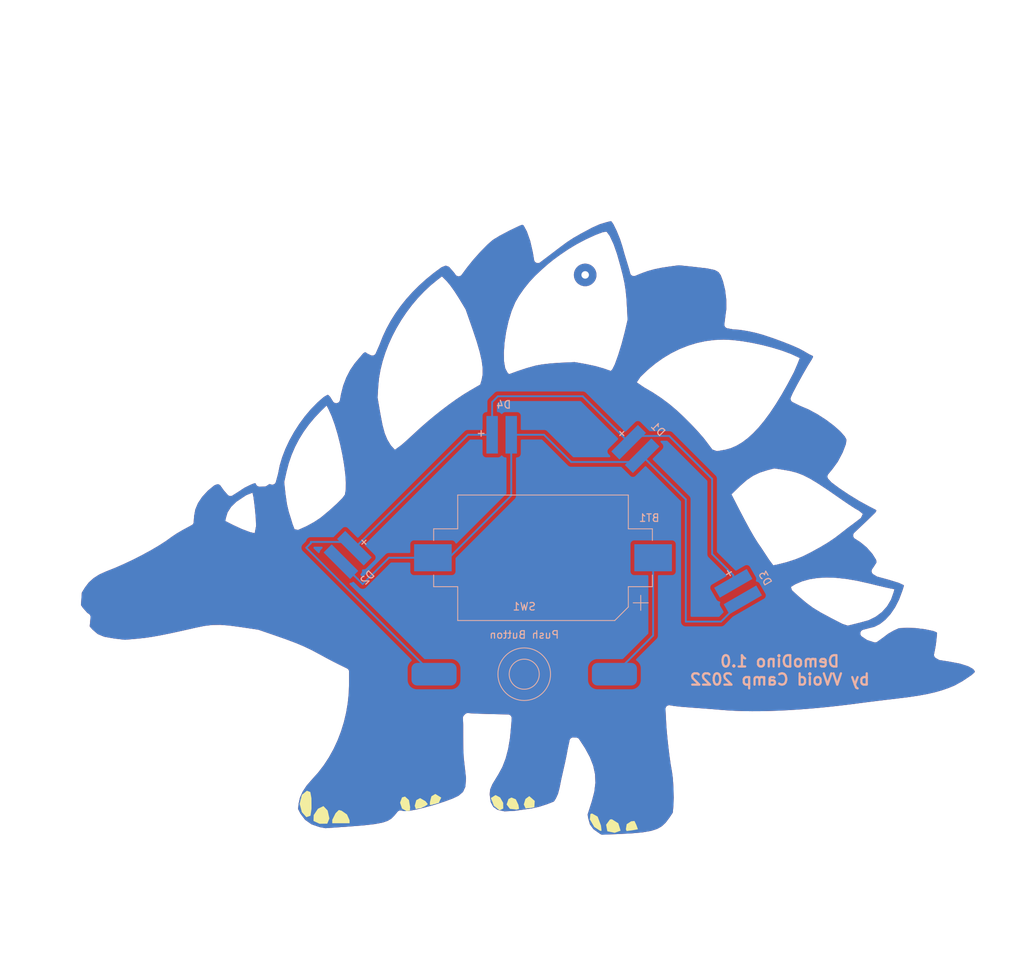
<source format=kicad_pcb>
(kicad_pcb (version 20211014) (generator pcbnew)
  (layers (0 "F.Cu" signal) (31 "B.Cu" signal) (34 "B.Paste" user) (35 "F.Paste" user) (36 "B.SilkS" user "B.Silkscreen") (37 "F.SilkS" user "F.Silkscreen") (38 "B.Mask" user) (39 "F.Mask" user) (44 "Edge.Cuts" user))
  (net 0 "")
  (net 1 "Net-(D1-Pad1)")
  (net 2 "Net-(SW1-Pad1)")
  (net 3 "Net-(D1-Pad2)")
  (footprint "blinkyparts:dino" (layer "F.Cu") (at 14 -4)
    (fp_text reference "svg2mod" hide)
    (fp_text value "G***" hide)
    (fp_poly (pts (xy 78.518983 108.03858) (xy 78.302845 108.11848) (xy 78.234902 108.839654) (xy 78.811198 109.834726) (xy 79.592624 110.34564) (xy 79.794667 110.35064) (xy 79.710097 109.63644) (xy 79.264734 108.456145) (xy 78.51899 108.0389) (xy 78.518983 108.03858)) (layer "F.SilkS") (width 0) (fill solid))
    (fp_poly (pts (xy 40.577396 105.01267) (xy 39.922054 105.565909) (xy 39.625919 106.74647) (xy 39.908627 107.863737) (xy 40.510844 108.530896) (xy 41.063706 108.33931) (xy 41.20014 107.393242) (xy 41.189857 106.010425) (xy 41.040216 105.18417) (xy 40.577398 105.01267) (xy 40.577396 105.01267)) (layer "F.SilkS") (width 0) (fill solid))
    (fp_poly (pts (xy 65.682275 105.58825) (xy 65.064904 105.981655) (xy 65.463788 107.00959) (xy 66.195528 107.600693) (xy 66.71128 107.39018) (xy 66.700285 106.625929) (xy 66.289617 105.906875) (xy 65.682275 105.58825)) (layer "F.SilkS") (width 0) (fill solid))
    (fp_poly (pts (xy 70.174183 105.73156) (xy 69.661164 106.107041) (xy 69.440486 106.846406) (xy 69.685524 107.36904) (xy 70.841391 107.22103) (xy 70.902475 106.373665) (xy 70.174183 105.73156)) (layer "F.SilkS") (width 0) (fill solid))
    (fp_poly (pts (xy 81.164322 108.80916) (xy 80.910595 108.83506) (xy 80.393609 109.538165) (xy 80.555847 110.41146) (xy 81.534465 110.615815) (xy 82.322539 110.32916) (xy 82.017998 109.344804) (xy 81.164322 108.80915) (xy 81.164322 108.80916)) (layer "F.SilkS") (width 0) (fill solid))
    (fp_poly (pts (xy 53.639639 105.78556) (xy 53.237905 105.90068) (xy 52.975341 106.604392) (xy 53.23666 107.390238) (xy 53.84403 107.72375) (xy 54.276306 107.68145) (xy 54.323286 107.19514) (xy 54.15687 106.254564) (xy 53.639634 105.78555) (xy 53.639639 105.78556)) (layer "F.SilkS") (width 0) (fill solid))
    (fp_poly (pts (xy 57.671079 105.44259) (xy 57.148875 105.751173) (xy 56.947488 106.55147) (xy 56.947488 106.92266) (xy 57.344523 106.84276) (xy 58.138594 106.61254) (xy 58.461331 105.929035) (xy 57.671079 105.44257) (xy 57.671079 105.44259)) (layer "F.SilkS") (width 0) (fill solid))
    (fp_poly (pts (xy 42.783411 107.05891) (xy 42.054403 107.408776) (xy 41.49058 108.252027) (xy 41.460742 109.03704) (xy 42.268958 109.412144) (xy 43.295565 109.39649) (xy 43.578149 108.705429) (xy 43.346563 107.648531) (xy 42.783411 107.05891)) (layer "F.SilkS") (width 0) (fill solid))
    (fp_poly (pts (xy 67.799016 105.91712) (xy 67.406679 106.11682) (xy 67.152375 106.845114) (xy 67.594736 107.423876) (xy 68.473272 107.51231) (xy 68.813924 107.42311) (xy 68.731694 106.90156) (xy 68.380229 106.153086) (xy 67.799012 105.9172) (xy 67.799016 105.91712)) (layer "F.SilkS") (width 0) (fill solid))
    (fp_poly (pts (xy 84.169107 109.03704) (xy 83.729784 109.08164) (xy 83.131567 109.465305) (xy 83.022637 110.13649) (xy 83.116617 110.38316) (xy 83.849606 110.28456) (xy 84.629583 110.14361) (xy 84.420493 109.56802) (xy 84.169107 109.03704)) (layer "F.SilkS") (width 0) (fill solid))
    (fp_poly (pts (xy 55.643613 105.99232) (xy 55.138443 106.268463) (xy 54.927068 107.02132) (xy 55.084053 107.43973) (xy 55.808065 107.30089) (xy 56.482321 106.96495) (xy 56.667918 106.79344) (xy 56.364855 106.40816) (xy 55.643613 105.99232)) (layer "F.SilkS") (width 0) (fill solid))
    (fp_poly (pts (xy 44.829673 107.57811) (xy 44.392699 108.01509) (xy 43.955725 108.89609) (xy 43.955725 109.34011) (xy 45.111592 109.34011) (xy 46.26511 109.34011) (xy 46.26271 108.94307) (xy 45.917205 108.173923) (xy 45.198465 107.67209) (xy 44.829673 107.57811)) (layer "F.SilkS") (width 0) (fill solid))
    (fp_poly (pts (xy 81.197154 28.617824) (xy 80.250468 28.855272) (xy 79.339927 29.133683) (xy 78.321169 29.591273) (xy 76.794417 30.407387) (xy 75.746247 31.008545) (xy 74.876867 31.577522) (xy 73.89842 32.302622) (xy 73.120352 32.896244) (xy 72.249958 33.556373) (xy 71.313839 34.263744) (xy 71.137307 33.219469) (xy 70.78669 31.684774) (xy 70.320972 30.362611) (xy 69.818673 29.435481) (xy 69.358311 29.085882) (xy 68.638975 29.347332) (xy 67.346546 29.965261) (xy 65.976099 30.690036) (xy 65.022707 31.272022) (xy 64.260886 31.935524) (xy 63.302721 32.9099) (xy 62.318625 34.0128) (xy 61.47901 35.061869) (xy 60.77226 36.017256) (xy 60.597592 35.763024) (xy 59.794913 34.838908) (xy 59.048045 34.559066) (xy 58.243624 34.880985) (xy 57.153569 35.682191) (xy 56.124108 36.519609) (xy 55.156426 37.39176) (xy 54.251709 38.297165) (xy 53.411142 39.234344) (xy 52.635911 40.201819) (xy 51.9272 41.198108) (xy 51.286195 42.221734) (xy 50.714082 43.271217) (xy 50.212045 44.345077) (xy 49.781269 45.441835) (xy 49.284506 46.572609) (xy 48.858205 46.359305) (xy 48.38159 45.991689) (xy 47.742436 46.392052) (xy 46.547126 47.806992) (xy 45.910502 48.733496) (xy 45.361603 49.794776) (xy 44.927926 50.929282) (xy 44.636973 52.075465) (xy 44.481575 52.910885) (xy 44.074432 52.25697) (xy 43.465654 51.644733) (xy 42.562099 52.156267) (xy 41.64431 52.952212) (xy 40.762555 53.852142) (xy 39.927227 54.838668) (xy 39.14872 55.894403) (xy 38.437427 57.001956) (xy 37.803741 58.143941) (xy 37.258057 59.302967) (xy 36.810766 60.461647) (xy 36.472263 61.602592) (xy 36.25294 62.708413) (xy 35.965765 63.760768) (xy 35.545039 63.605976) (xy 34.940137 64.011892) (xy 34.285601 64.026194) (xy 34.079854 63.592322) (xy 33.874107 63.422006) (xy 32.888883 63.812988) (xy 31.996498 64.252272) (xy 31.234205 64.759673) (xy 30.423195 65.273545) (xy 29.930106 64.714914) (xy 29.356302 63.913246) (xy 28.75775 63.641883) (xy 28.030078 63.899732) (xy 27.068918 64.685697) (xy 26.251401 65.569963) (xy 25.645233 66.479707) (xy 25.252391 67.411159) (xy 25.07485 68.360549) (xy 25.013312 69.206536) (xy 23.923661 69.794562) (xy 23.002099 70.328932) (xy 22.316846 70.788487) (xy 21.557825 71.339382) (xy 20.634391 71.933981) (xy 19.582883 72.553118) (xy 18.439639 73.177626) (xy 17.240999 73.788335) (xy 16.023302 74.366079) (xy 14.822888 74.89169) (xy 13.676095 75.346) (xy 12.708947 75.782552) (xy 11.872744 76.320851) (xy 11.17801 76.952758) (xy 10.635266 77.670133) (xy 10.139858 78.479446) (xy 10.070237 79.456589) (xy 10.000002 80.433731) (xy 10.364876 80.970787) (xy 11.011953 81.704887) (xy 11.294156 81.902554) (xy 11.225786 82.61179) (xy 11.158029 83.321027) (xy 11.715597 83.940132) (xy 12.485636 84.60093) (xy 13.475611 85.008978) (xy 14.919283 85.260394) (xy 16.3707 85.43071) (xy 18.243557 85.264123) (xy 19.104302 85.170498) (xy 20.060237 85.030606) (xy 21.165269 84.834166) (xy 22.473303 84.570899) (xy 24.038245 84.230524) (xy 25.914002 83.80276) (xy 27.027746 83.575445) (xy 28.025515 83.455043) (xy 29.035232 83.439596) (xy 30.184817 83.527146) (xy 31.602192 83.715734) (xy 33.989727 84.072528) (xy 36.050305 84.778656) (xy 37.653124 85.34068) (xy 38.933741 85.823758) (xy 40.008744 86.277009) (xy 40.994722 86.749554) (xy 42.008264 87.29051) (xy 42.95145 87.803753) (xy 43.897857 88.302581) (xy 44.642571 88.679146) (xy 45.68871 89.187609) (xy 45.68871 90.68378) (xy 45.64528 91.976388) (xy 45.516553 93.25528) (xy 45.304875 94.514338) (xy 45.012594 95.747444) (xy 44.642055 96.948481) (xy 44.195604 98.11133) (xy 43.675589 99.229873) (xy 43.084355 100.297991) (xy 42.424248 101.309568) (xy 41.697615 102.258484) (xy 40.906803 103.138621) (xy 40.136234 104.0272) (xy 39.556328 104.914557) (xy 39.169304 105.796762) (xy 38.977382 106.669886) (xy 38.884136 107.535763) (xy 39.291279 108.330157) (xy 39.986433 109.253548) (xy 40.969364 109.947097) (xy 42.152467 110.349089) (xy 43.018345 110.511946) (xy 46.258704 110.2832) (xy 48.220662 110.126718) (xy 49.69769 109.956709) (xy 50.781662 109.749798) (xy 51.564451 109.482608) (xy 52.13793 109.131767) (xy 52.593971 108.673898) (xy 53.029086 108.145545) (xy 53.484713 108.2363) (xy 54.110985 108.218813) (xy 55.125985 108.039386) (xy 56.386842 107.738136) (xy 57.750688 107.355182) (xy 59.074652 106.930644) (xy 60.215867 106.504641) (xy 61.031462 106.117292) (xy 61.77005 105.487932) (xy 62.173331 104.599092) (xy 62.266434 103.341628) (xy 62.074493 101.606398) (xy 61.961792 100.616203) (xy 61.898075 99.367186) (xy 61.886772 97.925331) (xy 61.885651 96.187995) (xy 61.847607 95.338887) (xy 61.999276 95.182867) (xy 62.458187 95.222009) (xy 63.453086 95.266694) (xy 64.768468 95.307186) (xy 67.320725 95.370588) (xy 67.249239 96.401187) (xy 67.095622 97.968712) (xy 66.861838 99.349741) (xy 66.543063 100.56257) (xy 66.13447 101.625495) (xy 65.631236 102.556813) (xy 64.805616 103.915633) (xy 64.462501 104.736252) (xy 64.394268 105.51497) (xy 64.543727 106.66924) (xy 64.996726 107.509852) (xy 65.760196 108.041608) (xy 66.841068 108.26931) (xy 68.246273 108.19776) (xy 69.40247 108.035472) (xy 70.515706 107.878263) (xy 71.601326 107.643588) (xy 72.691278 107.29521) (xy 73.784659 106.865689) (xy 74.157613 106.290716) (xy 74.47181 105.604721) (xy 74.695912 104.749168) (xy 74.919737 103.621813) (xy 75.225508 102.267773) (xy 75.435954 101.338898) (xy 75.637617 100.360726) (xy 75.786807 99.5452) (xy 76.0277 98.425142) (xy 76.390724 98.447515) (xy 77.16239 99.629736) (xy 77.773742 100.760524) (xy 78.190977 101.833898) (xy 78.418639 102.885489) (xy 78.461271 103.950925) (xy 78.323417 105.065836) (xy 78.00962 106.265853) (xy 77.419729 108.113225) (xy 77.501776 108.727358) (xy 77.779432 109.722154) (xy 78.354975 110.506829) (xy 79.291962 111.167728) (xy 79.6817 111.382177) (xy 81.846705 111.296401) (xy 83.80126 111.197092) (xy 85.33135 111.056996) (xy 86.511906 110.851734) (xy 87.417861 110.556929) (xy 88.124145 110.1482) (xy 88.705693 109.601171) (xy 89.237434 108.891461) (xy 89.755221 108.113229) (xy 89.865246 106.958931) (xy 89.898124 105.91897) (xy 89.862188 104.565088) (xy 89.774012 103.253365) (xy 89.650176 102.339881) (xy 89.491125 101.454431) (xy 89.310322 100.164719) (xy 89.134142 98.691168) (xy 88.988962 97.254198) (xy 88.901157 96.074233) (xy 88.801705 94.139217) (xy 89.366111 94.23743) (xy 90.357951 94.346895) (xy 91.950692 94.47177) (xy 93.195971 94.560546) (xy 94.518171 94.662643) (xy 95.631137 94.755838) (xy 96.596866 94.829649) (xy 97.612391 94.883632) (xy 98.675784 94.917883) (xy 99.785116 94.932496) (xy 100.938456 94.92757) (xy 102.133876 94.903198) (xy 103.369445 94.859479) (xy 104.643236 94.796506) (xy 105.953317 94.714377) (xy 107.29776 94.613188) (xy 108.674635 94.493034) (xy 110.082012 94.354012) (xy 111.517963 94.196217) (xy 112.980558 94.019745) (xy 114.467867 93.824693) (xy 115.329246 93.712287) (xy 116.500853 93.566193) (xy 117.828755 93.405294) (xy 119.159022 93.248477) (xy 120.700954 93.056003) (xy 122.038382 92.857173) (xy 123.209164 92.643362) (xy 124.251158 92.405941) (xy 125.202223 92.136284) (xy 126.100217 91.825763) (xy 126.982998 91.465751) (xy 128.099414 90.845378) (xy 129.314947 90.02513) (xy 129.941778 89.469197) (xy 129.955055 88.918524) (xy 129.564974 88.419569) (xy 128.787033 87.981065) (xy 127.636729 87.611749) (xy 126.129561 87.320354) (xy 124.88676 87.125557) (xy 124.52934 86.916326) (xy 124.627785 86.440801) (xy 124.75982 85.728883) (xy 124.870834 84.797933) (xy 124.967183 83.710768) (xy 124.745268 83.527399) (xy 124.084593 83.262103) (xy 122.93861 83.019853) (xy 121.624177 82.853291) (xy 120.458152 82.815055) (xy 119.231133 82.869135) (xy 118.412494 83.245199) (xy 117.645564 83.684349) (xy 116.952374 84.211774) (xy 116.187054 84.762007) (xy 115.338096 84.484653) (xy 114.728044 84.075569) (xy 115.415199 83.889789) (xy 116.27684 83.674739) (xy 117.110105 83.247241) (xy 117.89939 82.624436) (xy 118.629091 81.823465) (xy 119.283603 80.861469) (xy 119.847322 79.755588) (xy 120.304644 78.522964) (xy 120.616676 77.512877) (xy 120.268594 77.211404) (xy 119.515754 76.862519) (xy 118.132181 76.438765) (xy 116.636746 76.029693) (xy 116.228207 75.776145) (xy 116.475009 75.410031) (xy 116.922555 74.696443) (xy 116.788416 74.065036) (xy 116.229212 73.172635) (xy 115.415136 72.244791) (xy 114.516378 71.507054) (xy 113.774193 71.030914) (xy 115.477362 69.415397) (xy 116.602892 68.32023) (xy 116.990339 67.690302) (xy 116.652687 67.243676) (xy 115.602916 66.698418) (xy 114.369263 66.025792) (xy 112.981605 65.173613) (xy 111.685902 64.306486) (xy 110.728111 63.589014) (xy 110.354191 63.185801) (xy 110.924812 62.492104) (xy 111.657426 61.479049) (xy 112.33038 60.204382) (xy 112.793475 58.996356) (xy 112.896507 58.183228) (xy 112.571793 57.562674) (xy 111.920157 56.822) (xy 111.017673 56.018364) (xy 109.940416 55.208927) (xy 108.764462 54.450848) (xy 107.565885 53.801288) (xy 106.420762 53.317406) (xy 105.447352 52.831321) (xy 105.683675 52.296404) (xy 106.26463 51.191679) (xy 107.000364 49.860557) (xy 107.701026 48.646451) (xy 108.17676 47.892771) (xy 108.597273 47.093437) (xy 108.199735 46.721071) (xy 107.658264 46.461417) (xy 106.949717 46.044157) (xy 106.281053 45.688238) (xy 105.278397 45.24524) (xy 104.047034 44.756926) (xy 102.692249 44.265058) (xy 101.319327 43.811399) (xy 100.302191 43.535697) (xy 99.201838 43.304902) (xy 98.168168 43.146317) (xy 97.351083 43.087243) (xy 96.636703 42.957731) (xy 96.748139 42.036752) (xy 96.898875 40.91346) (xy 96.891426 39.618819) (xy 96.734324 38.289028) (xy 96.436099 37.060287) (xy 96.102302 36.159159) (xy 95.689286 35.575247) (xy 95.021977 35.213713) (xy 93.925303 34.979717) (xy 92.224192 34.778422) (xy 90.076591 34.552785) (xy 88.848325 34.713777) (xy 87.690599 34.890041) (xy 86.675456 35.098572) (xy 85.774112 35.346092) (xy 84.957781 35.639328) (xy 84.088795 35.99177) (xy 83.92718 35.389448) (xy 83.552366 34.156209) (xy 83.316793 33.386791) (xy 83.050741 32.423832) (xy 82.712977 31.377581) (xy 82.259305 30.265536) (xy 81.79825 29.330553) (xy 81.438331 28.81549) (xy 81.197154 28.617824)) (layer "Edge.Cuts") (width 0.00001) (fill none))
    (pad "" thru_hole circle locked (at 77.609062 36.347466) (size 3 3) (drill 1) (layers *.Cu *.Mask))
    (zone (net 0) (net_name "") (layer "F.Cu") (connect_pads (clearance 0)) (min_thickness 0.254)
      (keepout (tracks not_allowed) (vias not_allowed) (pads not_allowed) (copperpour not_allowed) (footprints not_allowed))
      (fill (thermal_gap 0.508) (thermal_bridge_width 0.508))
      (polygon (pts (xy 85.014141 44.419024) (xy 85.878342 44.262287) (xy 86.998068 44.131401) (xy 88.196417 44.047045) (xy 90.217212 43.954124) (xy 91.660637 44.206263) (xy 92.961928 44.483367) (xy 94.063625 44.795525) (xy 95.023189 45.132649) (xy 95.238523 44.888472) (xy 95.558034 44.247134) (xy 95.99792 43.02739) (xy 96.465679 41.50836) (xy 96.868808 39.969164) (xy 97.252613 38.325222) (xy 97.172514 36.721458) (xy 97.098418 35.492688) (xy 96.996605 34.445768) (xy 96.843772 33.454895) (xy 96.616619 32.394264) (xy 96.291842 31.138069) (xy 95.846141 29.560507) (xy 95.393089 28.263185) (xy 94.87929 27.163753) (xy 94.458418 26.591041) (xy 93.9639 26.655262) (xy 92.997847 27.018186) (xy 91.768327 27.584054) (xy 90.483408 28.257105) (xy 89.35116 28.941579) (xy 88.297977 29.658599) (xy 87.436576 30.285761) (xy 86.661521 30.907666) (xy 85.867378 31.608913) (xy 84.948714 32.474104) (xy 84.217578 33.253935) (xy 83.473547 34.179615) (xy 82.8077 35.12995) (xy 82.311115 35.983748) (xy 81.814592 37.168914) (xy 81.404394 38.516892) (xy 81.089762 39.944239) (xy 80.87994 41.367511) (xy 80.784168 42.703266) (xy 80.811691 43.86806) (xy 80.971749 44.778451) (xy 81.273586 45.350995) (xy 81.484828 45.562235) (xy 82.668745 45.130159) (xy 83.846072 44.743031) (xy 85.014143 44.419024)))
    )
    (zone (net 0) (net_name "") (layer "F.Cu") (connect_pads (clearance 0)) (min_thickness 0.254)
      (keepout (tracks not_allowed) (vias not_allowed) (pads not_allowed) (copperpour not_allowed) (footprints not_allowed))
      (fill (thermal_gap 0.508) (thermal_bridge_width 0.508))
      (polygon (pts (xy 127.051242 78.91474) (xy 128.251462 78.614461) (xy 129.311607 78.320011) (xy 130.26483 77.852158) (xy 131.093616 77.226982) (xy 131.780452 76.460565) (xy 132.307822 75.568986) (xy 132.658213 74.568326) (xy 132.752878 74.180434) (xy 132.198218 74.082534) (xy 131.612237 73.956493) (xy 130.609198 73.720163) (xy 129.40625 73.424711) (xy 127.81763 73.065786) (xy 126.340735 72.812928) (xy 124.970915 72.666184) (xy 123.703519 72.625603) (xy 122.533897 72.691232) (xy 121.457398 72.863119) (xy 120.469373 73.141312) (xy 119.565172 73.525859) (xy 118.983579 73.887743) (xy 119.111003 74.313813) (xy 120.060074 75.1807) (xy 121.078709 76.038624) (xy 121.949428 76.678238) (xy 122.951501 77.28547) (xy 124.364198 78.046246) (xy 125.858389 78.812028) (xy 126.552878 79.036494) (xy 127.05129 78.914744)))
    )
    (zone (net 0) (net_name "") (layer "F.Cu") (connect_pads (clearance 0)) (min_thickness 0.254)
      (keepout (tracks not_allowed) (vias not_allowed) (pads not_allowed) (copperpour not_allowed) (footprints not_allowed))
      (fill (thermal_gap 0.508) (thermal_bridge_width 0.508))
      (polygon (pts (xy 47.824509 65.779014) (xy 47.785405 64.768503) (xy 47.6521 63.312379) (xy 47.485754 61.979803) (xy 47.347522 61.339938) (xy 46.519801 61.665664) (xy 45.204579 62.542018) (xy 44.496507 63.231696) (xy 44.022346 63.975597) (xy 43.787439 64.765338) (xy 43.738928 65.111459) (xy 44.749325 65.630209) (xy 45.911407 66.166315) (xy 47.011779 66.586125) (xy 47.636174 66.731589) (xy 47.824505 65.779014)))
    )
    (zone (net 0) (net_name "") (layer "F.Cu") (connect_pads (clearance 0)) (min_thickness 0.254)
      (keepout (tracks not_allowed) (vias not_allowed) (pads not_allowed) (copperpour not_allowed) (footprints not_allowed))
      (fill (thermal_gap 0.508) (thermal_bridge_width 0.508))
      (polygon (pts (xy 110.268836 55.614325) (xy 111.006141 55.403703) (xy 111.739958 55.083573) (xy 112.472558 54.651367) (xy 113.206213 54.104512) (xy 113.943193 53.440438) (xy 114.68577 52.656574) (xy 115.436215 51.75035) (xy 116.196797 50.719195) (xy 116.96979 49.560538) (xy 117.757463 48.271808) (xy 118.562087 46.850435) (xy 119.385934 45.293849) (xy 119.86633 44.178458) (xy 120.161499 43.423922) (xy 119.912291 43.293198) (xy 118.952702 42.852123) (xy 117.808181 42.428364) (xy 116.532127 42.034565) (xy 115.177937 41.683371) (xy 113.799009 41.387422) (xy 112.448739 41.159365) (xy 111.180526 41.011841) (xy 110.047766 40.957494) (xy 108.836152 41.005828) (xy 107.638089 41.158031) (xy 106.457038 41.412553) (xy 105.296457 41.767844) (xy 104.159806 42.222353) (xy 103.050542 42.774529) (xy 101.972126 43.422824) (xy 100.928017 44.165685) (xy 99.921672 45.001563) (xy 98.956553 45.928907) (xy 98.473905 46.651368) (xy 99.455132 47.320216) (xy 100.613514 47.998002) (xy 101.73684 48.741682) (xy 102.796319 49.531033) (xy 103.763158 50.345835) (xy 104.750123 51.270802) (xy 105.734284 52.256247) (xy 106.639931 53.221482) (xy 107.391356 54.085816) (xy 107.91285 54.768557) (xy 108.529515 55.591312) (xy 109.134197 55.808385)))
    )
    (zone (net 0) (net_name "") (layer "F.Cu") (connect_pads (clearance 0)) (min_thickness 0.254)
      (keepout (tracks not_allowed) (vias not_allowed) (pads not_allowed) (copperpour not_allowed) (footprints not_allowed))
      (fill (thermal_gap 0.508) (thermal_bridge_width 0.508))
      (polygon (pts (xy 54.54263 65.791042) (xy 55.574204 65.224504) (xy 56.401945 64.672388) (xy 57.548494 63.720366) (xy 58.564361 62.802737) (xy 59.308647 62.052974) (xy 59.640455 61.604549) (xy 59.755811 60.918928) (xy 59.769674 59.990038) (xy 59.692284 58.871281) (xy 59.533879 57.616057) (xy 59.304698 56.277767) (xy 59.014982 54.909812) (xy 58.674969 53.565594) (xy 58.294898 52.298513) (xy 57.885009 51.161971) (xy 57.45554 50.209368) (xy 57.209033 49.732677) (xy 56.488254 50.436197) (xy 55.632235 51.328963) (xy 54.854205 52.259699) (xy 54.154919 53.227075) (xy 53.535136 54.22976) (xy 52.99561 55.266423) (xy 52.5371 56.335732) (xy 52.16036 57.436358) (xy 51.866149 58.56697) (xy 51.564972 59.931835) (xy 51.735585 61.52599) (xy 51.935537 62.885065) (xy 52.17669 63.914028) (xy 52.436104 64.718512) (xy 52.679963 65.537881) (xy 52.945192 66.217944) (xy 53.436563 66.284727)))
    )
    (zone (net 0) (net_name "") (layer "F.Cu") (connect_pads (clearance 0)) (min_thickness 0.254)
      (keepout (tracks not_allowed) (vias not_allowed) (pads not_allowed) (copperpour not_allowed) (footprints not_allowed))
      (fill (thermal_gap 0.508) (thermal_bridge_width 0.508))
      (polygon (pts (xy 67.149283 55.000869) (xy 67.889792 54.349394) (xy 68.54638 53.745875) (xy 69.49377 52.866864) (xy 70.479268 51.99914) (xy 71.486477 51.155438) (xy 72.499003 50.348494) (xy 73.500449 49.591045) (xy 74.474419 48.895825) (xy 75.404518 48.27557) (xy 76.27435 47.743017) (xy 77.64941 46.944489) (xy 77.839405 46.299592) (xy 77.967919 45.603148) (xy 77.971493 44.777264) (xy 77.844583 43.791174) (xy 77.581644 42.614108) (xy 77.17713 41.215299) (xy 76.625496 39.563978) (xy 75.704313 36.937481) (xy 74.762243 35.378046) (xy 74.201004 34.505127) (xy 73.635224 33.71569) (xy 73.18739 33.180644) (xy 72.554607 32.542676) (xy 72.003649 32.962833) (xy 71.082526 33.715769) (xy 70.200091 34.53747) (xy 69.360316 35.420817) (xy 68.567175 36.358691) (xy 67.82464 37.343974) (xy 67.136684 38.369547) (xy 66.507281 39.42829) (xy 65.940403 40.513085) (xy 65.440022 41.616813) (xy 65.010113 42.732355) (xy 64.654648 43.852593) (xy 64.377599 44.970407) (xy 64.182941 46.078679) (xy 64.074645 47.17029) (xy 63.985201 48.685886) (xy 64.364383 50.87841) (xy 64.648596 52.355744) (xy 64.938692 53.432972) (xy 65.289523 54.274294) (xy 65.755947 55.043914) (xy 66.291747 55.626304) (xy 67.149282 55.000875)))
    )
    (zone (net 0) (net_name "") (layer "F.Cu") (connect_pads (clearance 0)) (min_thickness 0.254)
      (keepout (tracks not_allowed) (vias not_allowed) (pads not_allowed) (copperpour not_allowed) (footprints not_allowed))
      (fill (thermal_gap 0.508) (thermal_bridge_width 0.508))
      (polygon (pts (xy 118.364002 70.603189) (xy 119.584316 70.209891) (xy 120.558197 69.81487) (xy 121.611708 69.285869) (xy 122.894878 68.580946) (xy 123.942016 67.952224) (xy 124.843785 67.342069) (xy 125.69085 66.692847) (xy 126.577295 65.995627) (xy 127.241064 65.507139) (xy 128.300199 64.698556) (xy 128.551985 64.16988) (xy 128.071033 63.764455) (xy 127.52467 63.448741) (xy 126.682004 62.905002) (xy 125.725468 62.250954) (xy 124.000976 61.051213) (xy 122.633586 60.140691) (xy 121.530506 59.47221) (xy 120.598947 58.998597) (xy 119.746118 58.672674) (xy 118.879227 58.447267) (xy 117.905486 58.275199) (xy 116.776234 58.103239) (xy 115.896431 58.329583) (xy 114.850982 58.659772) (xy 113.938836 59.094445) (xy 113.083177 59.677841) (xy 112.207187 60.454198) (xy 111.071076 61.560184) (xy 112.102283 63.56707) (xy 112.853082 65.006303) (xy 113.505965 66.209427) (xy 114.073335 67.198054) (xy 114.567595 67.993796) (xy 115.001148 68.618264) (xy 115.549323 69.451983) (xy 116.090608 70.277528) (xy 116.631892 71.004183) (xy 117.137091 70.912152) (xy 118.364002 70.603186)))
    )
    (zone (net 0) (net_name "") (layer "B.Cu") (connect_pads (clearance 0)) (min_thickness 0.254)
      (keepout (tracks not_allowed) (vias not_allowed) (pads not_allowed) (copperpour not_allowed) (footprints not_allowed))
      (fill (thermal_gap 0.508) (thermal_bridge_width 0.508))
      (polygon (pts (xy 110.268836 55.614325) (xy 111.006141 55.403703) (xy 111.739958 55.083573) (xy 112.472558 54.651367) (xy 113.206213 54.104512) (xy 113.943193 53.440438) (xy 114.68577 52.656574) (xy 115.436215 51.75035) (xy 116.196797 50.719195) (xy 116.96979 49.560538) (xy 117.757463 48.271808) (xy 118.562087 46.850435) (xy 119.385934 45.293849) (xy 119.86633 44.178458) (xy 120.161499 43.423922) (xy 119.912291 43.293198) (xy 118.952702 42.852123) (xy 117.808181 42.428364) (xy 116.532127 42.034565) (xy 115.177937 41.683371) (xy 113.799009 41.387422) (xy 112.448739 41.159365) (xy 111.180526 41.011841) (xy 110.047766 40.957494) (xy 108.836152 41.005828) (xy 107.638089 41.158031) (xy 106.457038 41.412553) (xy 105.296457 41.767844) (xy 104.159806 42.222353) (xy 103.050542 42.774529) (xy 101.972126 43.422824) (xy 100.928017 44.165685) (xy 99.921672 45.001563) (xy 98.956553 45.928907) (xy 98.473905 46.651368) (xy 99.455132 47.320216) (xy 100.613514 47.998002) (xy 101.73684 48.741682) (xy 102.796319 49.531033) (xy 103.763158 50.345835) (xy 104.750123 51.270802) (xy 105.734284 52.256247) (xy 106.639931 53.221482) (xy 107.391356 54.085816) (xy 107.91285 54.768557) (xy 108.529515 55.591312) (xy 109.134197 55.808385)))
    )
    (zone (net 0) (net_name "") (layer "B.Cu") (connect_pads (clearance 0)) (min_thickness 0.254)
      (keepout (tracks not_allowed) (vias not_allowed) (pads not_allowed) (copperpour not_allowed) (footprints not_allowed))
      (fill (thermal_gap 0.508) (thermal_bridge_width 0.508))
      (polygon (pts (xy 67.149283 55.000869) (xy 67.889792 54.349394) (xy 68.54638 53.745875) (xy 69.49377 52.866864) (xy 70.479268 51.99914) (xy 71.486477 51.155438) (xy 72.499003 50.348494) (xy 73.500449 49.591045) (xy 74.474419 48.895825) (xy 75.404518 48.27557) (xy 76.27435 47.743017) (xy 77.64941 46.944489) (xy 77.839405 46.299592) (xy 77.967919 45.603148) (xy 77.971493 44.777264) (xy 77.844583 43.791174) (xy 77.581644 42.614108) (xy 77.17713 41.215299) (xy 76.625496 39.563978) (xy 75.704313 36.937481) (xy 74.762243 35.378046) (xy 74.201004 34.505127) (xy 73.635224 33.71569) (xy 73.18739 33.180644) (xy 72.554607 32.542676) (xy 72.003649 32.962833) (xy 71.082526 33.715769) (xy 70.200091 34.53747) (xy 69.360316 35.420817) (xy 68.567175 36.358691) (xy 67.82464 37.343974) (xy 67.136684 38.369547) (xy 66.507281 39.42829) (xy 65.940403 40.513085) (xy 65.440022 41.616813) (xy 65.010113 42.732355) (xy 64.654648 43.852593) (xy 64.377599 44.970407) (xy 64.182941 46.078679) (xy 64.074645 47.17029) (xy 63.985201 48.685886) (xy 64.364383 50.87841) (xy 64.648596 52.355744) (xy 64.938692 53.432972) (xy 65.289523 54.274294) (xy 65.755947 55.043914) (xy 66.291747 55.626304) (xy 67.149282 55.000875)))
    )
    (zone (net 0) (net_name "") (layer "B.Cu") (connect_pads (clearance 0)) (min_thickness 0.254)
      (keepout (tracks not_allowed) (vias not_allowed) (pads not_allowed) (copperpour not_allowed) (footprints not_allowed))
      (fill (thermal_gap 0.508) (thermal_bridge_width 0.508))
      (polygon (pts (xy 47.824509 65.779014) (xy 47.785405 64.768503) (xy 47.6521 63.312379) (xy 47.485754 61.979803) (xy 47.347522 61.339938) (xy 46.519801 61.665664) (xy 45.204579 62.542018) (xy 44.496507 63.231696) (xy 44.022346 63.975597) (xy 43.787439 64.765338) (xy 43.738928 65.111459) (xy 44.749325 65.630209) (xy 45.911407 66.166315) (xy 47.011779 66.586125) (xy 47.636174 66.731589) (xy 47.824505 65.779014)))
    )
    (zone (net 0) (net_name "") (layer "B.Cu") (connect_pads (clearance 0)) (min_thickness 0.254)
      (keepout (tracks not_allowed) (vias not_allowed) (pads not_allowed) (copperpour not_allowed) (footprints not_allowed))
      (fill (thermal_gap 0.508) (thermal_bridge_width 0.508))
      (polygon (pts (xy 85.014141 44.419024) (xy 85.878342 44.262287) (xy 86.998068 44.131401) (xy 88.196417 44.047045) (xy 90.217212 43.954124) (xy 91.660637 44.206263) (xy 92.961928 44.483367) (xy 94.063625 44.795525) (xy 95.023189 45.132649) (xy 95.238523 44.888472) (xy 95.558034 44.247134) (xy 95.99792 43.02739) (xy 96.465679 41.50836) (xy 96.868808 39.969164) (xy 97.252613 38.325222) (xy 97.172514 36.721458) (xy 97.098418 35.492688) (xy 96.996605 34.445768) (xy 96.843772 33.454895) (xy 96.616619 32.394264) (xy 96.291842 31.138069) (xy 95.846141 29.560507) (xy 95.393089 28.263185) (xy 94.87929 27.163753) (xy 94.458418 26.591041) (xy 93.9639 26.655262) (xy 92.997847 27.018186) (xy 91.768327 27.584054) (xy 90.483408 28.257105) (xy 89.35116 28.941579) (xy 88.297977 29.658599) (xy 87.436576 30.285761) (xy 86.661521 30.907666) (xy 85.867378 31.608913) (xy 84.948714 32.474104) (xy 84.217578 33.253935) (xy 83.473547 34.179615) (xy 82.8077 35.12995) (xy 82.311115 35.983748) (xy 81.814592 37.168914) (xy 81.404394 38.516892) (xy 81.089762 39.944239) (xy 80.87994 41.367511) (xy 80.784168 42.703266) (xy 80.811691 43.86806) (xy 80.971749 44.778451) (xy 81.273586 45.350995) (xy 81.484828 45.562235) (xy 82.668745 45.130159) (xy 83.846072 44.743031) (xy 85.014143 44.419024)))
    )
    (zone (net 0) (net_name "") (layer "B.Cu") (connect_pads (clearance 0)) (min_thickness 0.254)
      (keepout (tracks not_allowed) (vias not_allowed) (pads not_allowed) (copperpour not_allowed) (footprints not_allowed))
      (fill (thermal_gap 0.508) (thermal_bridge_width 0.508))
      (polygon (pts (xy 54.54263 65.791042) (xy 55.574204 65.224504) (xy 56.401945 64.672388) (xy 57.548494 63.720366) (xy 58.564361 62.802737) (xy 59.308647 62.052974) (xy 59.640455 61.604549) (xy 59.755811 60.918928) (xy 59.769674 59.990038) (xy 59.692284 58.871281) (xy 59.533879 57.616057) (xy 59.304698 56.277767) (xy 59.014982 54.909812) (xy 58.674969 53.565594) (xy 58.294898 52.298513) (xy 57.885009 51.161971) (xy 57.45554 50.209368) (xy 57.209033 49.732677) (xy 56.488254 50.436197) (xy 55.632235 51.328963) (xy 54.854205 52.259699) (xy 54.154919 53.227075) (xy 53.535136 54.22976) (xy 52.99561 55.266423) (xy 52.5371 56.335732) (xy 52.16036 57.436358) (xy 51.866149 58.56697) (xy 51.564972 59.931835) (xy 51.735585 61.52599) (xy 51.935537 62.885065) (xy 52.17669 63.914028) (xy 52.436104 64.718512) (xy 52.679963 65.537881) (xy 52.945192 66.217944) (xy 53.436563 66.284727)))
    )
    (zone (net 0) (net_name "") (layer "B.Cu") (connect_pads (clearance 0)) (min_thickness 0.254)
      (keepout (tracks not_allowed) (vias not_allowed) (pads not_allowed) (copperpour not_allowed) (footprints not_allowed))
      (fill (thermal_gap 0.508) (thermal_bridge_width 0.508))
      (polygon (pts (xy 118.364002 70.603189) (xy 119.584316 70.209891) (xy 120.558197 69.81487) (xy 121.611708 69.285869) (xy 122.894878 68.580946) (xy 123.942016 67.952224) (xy 124.843785 67.342069) (xy 125.69085 66.692847) (xy 126.577295 65.995627) (xy 127.241064 65.507139) (xy 128.300199 64.698556) (xy 128.551985 64.16988) (xy 128.071033 63.764455) (xy 127.52467 63.448741) (xy 126.682004 62.905002) (xy 125.725468 62.250954) (xy 124.000976 61.051213) (xy 122.633586 60.140691) (xy 121.530506 59.47221) (xy 120.598947 58.998597) (xy 119.746118 58.672674) (xy 118.879227 58.447267) (xy 117.905486 58.275199) (xy 116.776234 58.103239) (xy 115.896431 58.329583) (xy 114.850982 58.659772) (xy 113.938836 59.094445) (xy 113.083177 59.677841) (xy 112.207187 60.454198) (xy 111.071076 61.560184) (xy 112.102283 63.56707) (xy 112.853082 65.006303) (xy 113.505965 66.209427) (xy 114.073335 67.198054) (xy 114.567595 67.993796) (xy 115.001148 68.618264) (xy 115.549323 69.451983) (xy 116.090608 70.277528) (xy 116.631892 71.004183) (xy 117.137091 70.912152) (xy 118.364002 70.603186)))
    )
    (zone (net 0) (net_name "") (layer "B.Cu") (connect_pads (clearance 0)) (min_thickness 0.254)
      (keepout (tracks not_allowed) (vias not_allowed) (pads not_allowed) (copperpour not_allowed) (footprints not_allowed))
      (fill (thermal_gap 0.508) (thermal_bridge_width 0.508))
      (polygon (pts (xy 127.051242 78.91474) (xy 128.251462 78.614461) (xy 129.311607 78.320011) (xy 130.26483 77.852158) (xy 131.093616 77.226982) (xy 131.780452 76.460565) (xy 132.307822 75.568986) (xy 132.658213 74.568326) (xy 132.752878 74.180434) (xy 132.198218 74.082534) (xy 131.612237 73.956493) (xy 130.609198 73.720163) (xy 129.40625 73.424711) (xy 127.81763 73.065786) (xy 126.340735 72.812928) (xy 124.970915 72.666184) (xy 123.703519 72.625603) (xy 122.533897 72.691232) (xy 121.457398 72.863119) (xy 120.469373 73.141312) (xy 119.565172 73.525859) (xy 118.983579 73.887743) (xy 119.111003 74.313813) (xy 120.060074 75.1807) (xy 121.078709 76.038624) (xy 121.949428 76.678238) (xy 122.951501 77.28547) (xy 124.364198 78.046246) (xy 125.858389 78.812028) (xy 126.552878 79.036494) (xy 127.05129 78.914744)))
    )
  )
  (footprint "blinkyparts:5mm_SMD-Pad" (layer "B.Cu") (at 80.77 49.125 180)
    (fp_text reference "D4" (at 0 -0.5) (layer "B.SilkS") (effects (justify mirror)))
    (fp_text value "LED")
    (fp_text user "+" (at 3 -4.25) (layer "B.SilkS") (effects (justify mirror)))
    (pad "1" smd rect locked (at -1 -4.5 180) (size 1.524 5) (layers "B.Cu" "B.Paste" "B.Mask") (net 1 "Net-(D1-Pad1)"))
    (pad "2" smd rect locked (at 1.54 -4.5 180) (size 1.524 5) (layers "B.Cu" "B.Paste" "B.Mask") (net 3 "Net-(D1-Pad2)"))
  )
  (footprint "blinkyparts:BatteryHolder_Keystone_1060_1x2032_HandSoldering" (layer "B.Cu") (at 86 70 180)
    (fp_text reference "BT1" (at -14.125 5.3) (layer "B.SilkS") (effects (justify mirror)))
    (fp_text value "Battery_Cell")
    (fp_line (start 11.35 -3.85) (end 14.55 -3.85) (layer "B.SilkS") (width 0.12))
    (fp_line (start 14.55 3.85) (end 14.55 2.3) (layer "B.SilkS") (width 0.12))
    (fp_line (start -13 -5) (end -13 -7) (layer "B.SilkS") (width 0.12))
    (fp_line (start -11.35 3.85) (end -14.55 3.85) (layer "B.SilkS") (width 0.12))
    (fp_line (start 11.35 -8.35) (end 11.35 -3.85) (layer "B.SilkS") (width 0.12))
    (fp_line (start 11.35 -8.35) (end -9.55 -8.35) (layer "B.SilkS") (width 0.12))
    (fp_line (start -11.35 -3.85) (end -14.55 -3.85) (layer "B.SilkS") (width 0.12))
    (fp_line (start 14.55 -3.85) (end 14.55 -2.3) (layer "B.SilkS") (width 0.12))
    (fp_line (start -9.55 -8.35) (end -11.35 -6.55) (layer "B.SilkS") (width 0.12))
    (fp_line (start -14.55 3.85) (end -14.55 2.3) (layer "B.SilkS") (width 0.12))
    (fp_line (start 11.35 3.85) (end 14.55 3.85) (layer "B.SilkS") (width 0.12))
    (fp_line (start 11.35 8.35) (end 11.35 3.85) (layer "B.SilkS") (width 0.12))
    (fp_line (start -14.55 -3.85) (end -14.55 -2.3) (layer "B.SilkS") (width 0.12))
    (fp_line (start -12 -6) (end -14 -6) (layer "B.SilkS") (width 0.12))
    (fp_line (start -11.35 -6.55) (end -11.35 -3.85) (layer "B.SilkS") (width 0.12))
    (fp_line (start -11.35 8.35) (end 11.35 8.35) (layer "B.SilkS") (width 0.12))
    (fp_line (start -11.35 8.35) (end -11.35 3.85) (layer "B.SilkS") (width 0.12))
    (pad "1" smd rect locked (at -14.65 0) (size 5 3.6) (layers "B.Cu" "B.Paste" "B.Mask") (net 2 "Net-(SW1-Pad1)"))
    (pad "2" smd rect locked (at 14.65 0) (size 5 3.6) (layers "B.Cu" "B.Paste" "B.Mask") (net 1 "Net-(D1-Pad1)"))
  )
  (footprint "blinkyparts:Push_Button" (layer "B.Cu") (at 95.5 85.5 180)
    (fp_text reference "SW1" (at 12 9) (layer "B.SilkS") (effects (justify mirror)))
    (fp_text value "SW_DIP_x01")
    (fp_text user "Push Button" (at 12 5.25) (layer "B.SilkS") (effects (justify mirror)))
    (fp_circle (center 12 0) (end 15.5 0) (layer "B.SilkS") (width 0.12) (fill none))
    (fp_circle (center 12 0) (end 14 0) (layer "B.SilkS") (width 0.12) (fill none))
    (pad "1" smd roundrect locked (at 0 0 180) (size 6 3) (layers "B.Cu" "B.Paste" "B.Mask") (net 2 "Net-(SW1-Pad1)"))
    (pad "2" smd roundrect locked (at 24 0 180) (size 6 3) (layers "B.Cu" "B.Paste" "B.Mask") (net 3 "Net-(D1-Pad2)"))
  )
  (footprint "blinkyparts:5mm_SMD-Pad" (layer "B.Cu") (at 63 73 45)
    (fp_text reference "D2" (at 0 -0.499999 45) (layer "B.SilkS") (effects (justify mirror)))
    (fp_text value "LED")
    (fp_text user "+" (at 3 -4.25 45) (layer "B.SilkS") (effects (justify mirror)))
    (pad "1" smd rect locked (at -1 -4.5 45) (size 1.524 5) (layers "B.Cu" "B.Paste" "B.Mask") (net 1 "Net-(D1-Pad1)"))
    (pad "2" smd rect locked (at 1.54 -4.5 45) (size 1.524 5) (layers "B.Cu" "B.Paste" "B.Mask") (net 3 "Net-(D1-Pad2)"))
  )
  (footprint "blinkyparts:5mm_SMD-Pad" (layer "B.Cu") (at 101.663754 52.527166 135)
    (fp_text reference "D1" (at 0 -0.499999 135) (layer "B.SilkS") (effects (justify mirror)))
    (fp_text value "LED")
    (fp_text user "+" (at 3 -4.25 135) (layer "B.SilkS") (effects (justify mirror)))
    (pad "1" smd rect locked (at -1 -4.5 135) (size 1.524 5) (layers "B.Cu" "B.Paste" "B.Mask") (net 1 "Net-(D1-Pad1)"))
    (pad "2" smd rect locked (at 1.54 -4.5 135) (size 1.524 5) (layers "B.Cu" "B.Paste" "B.Mask") (net 3 "Net-(D1-Pad2)"))
  )
  (footprint "blinkyparts:5mm_SMD-Pad" (layer "B.Cu") (at 115.981589 72.483827 120)
    (fp_text reference "D3" (at 0 -0.5 120) (layer "B.SilkS") (effects (justify mirror)))
    (fp_text value "LED")
    (fp_text user "+" (at 3 -4.25 120) (layer "B.SilkS") (effects (justify mirror)))
    (pad "1" smd rect locked (at -1 -4.5 120) (size 1.524 5) (layers "B.Cu" "B.Paste" "B.Mask") (net 1 "Net-(D1-Pad1)"))
    (pad "2" smd rect locked (at 1.54 -4.5 120) (size 1.524 5) (layers "B.Cu" "B.Paste" "B.Mask") (net 3 "Net-(D1-Pad2)"))
  )
  (gr_text "DemoDino 1.0\nby VVoid Camp 2022" (at 117.5 85) (layer "B.SilkS") (effects (font (size 1.5 1.5) (thickness 0.3)) (justify mirror)))
  (segment (start 62 73.5) (end 65.5 70) (width 0.25) (layer "B.Cu") (net 1))
  (segment (start 81.77 61.73) (end 81.77 53.625) (width 0.25) (layer "B.Cu") (net 1))
  (segment (start 59.110913 70.610913) (end 62 73.5) (width 0.25) (layer "B.Cu") (net 1))
  (segment (start 73.5 70) (end 81.77 61.73) (width 0.25) (layer "B.Cu") (net 1))
  (segment (start 65.5 70) (end 71.35 70) (width 0.25) (layer "B.Cu") (net 1))
  (segment (start 81.77 53.625) (end 86.125 53.625) (width 0.25) (layer "B.Cu") (net 1))
  (segment (start 105 78.5) (end 109.684327 78.5) (width 0.25) (layer "B.Cu") (net 1))
  (segment (start 99.18888 56.416253) (end 105 62.227373) (width 0.25) (layer "B.Cu") (net 1))
  (segment (start 105 62.227373) (end 105 78.5) (width 0.25) (layer "B.Cu") (net 1))
  (segment (start 71.35 70) (end 73.5 70) (width 0.25) (layer "B.Cu") (net 1))
  (segment (start 109.684327 78.5) (end 112.584475 75.599852) (width 0.25) (layer "B.Cu") (net 1))
  (segment (start 89.751784 57.251784) (end 98.353349 57.251784) (width 0.25) (layer "B.Cu") (net 1))
  (segment (start 86.125 53.625) (end 89.751784 57.251784) (width 0.25) (layer "B.Cu") (net 1))
  (segment (start 59.110913 70.525126) (end 59.110913 70.610913) (width 0.25) (layer "B.Cu") (net 1))
  (segment (start 98.353349 57.251784) (end 99.18888 56.416253) (width 0.25) (layer "B.Cu") (net 1))
  (segment (start 100.65 70) (end 100.65 80.35) (width 0.25) (layer "B.Cu") (net 2))
  (segment (start 100.65 80.35) (end 95.5 85.5) (width 0.25) (layer "B.Cu") (net 2))
  (segment (start 111.314475 72.314475) (end 111.314475 73.400148) (width 0.25) (layer "B.Cu") (net 3))
  (segment (start 108.5 69.5) (end 111.314475 72.314475) (width 0.25) (layer "B.Cu") (net 3))
  (segment (start 71.335625 85.5) (end 71.5 85.5) (width 0.25) (layer "B.Cu") (net 3))
  (segment (start 108.5 59.5) (end 108.5 69.5) (width 0.25) (layer "B.Cu") (net 3))
  (segment (start 79.23 53.625) (end 79.23 49.27) (width 0.25) (layer "B.Cu") (net 3))
  (segment (start 97.392829 54.620202) (end 97.392829 54.607171) (width 0.25) (layer "B.Cu") (net 3))
  (segment (start 59.893544 67.893544) (end 55.106456 67.893544) (width 0.25) (layer "B.Cu") (net 3))
  (segment (start 79.23 53.625) (end 76.011039 53.625) (width 0.25) (layer "B.Cu") (net 3))
  (segment (start 76.011039 53.625) (end 60.906964 68.729075) (width 0.25) (layer "B.Cu") (net 3))
  (segment (start 102.784671 53.784671) (end 108.5 59.5) (width 0.25) (layer "B.Cu") (net 3))
  (segment (start 60.906964 68.729075) (end 60.729075 68.729075) (width 0.25) (layer "B.Cu") (net 3))
  (segment (start 80 48.5) (end 91.272627 48.5) (width 0.25) (layer "B.Cu") (net 3))
  (segment (start 98.215329 53.784671) (end 102.784671 53.784671) (width 0.25) (layer "B.Cu") (net 3))
  (segment (start 97.392829 54.607171) (end 98.215329 53.784671) (width 0.25) (layer "B.Cu") (net 3))
  (segment (start 91.272627 48.5) (end 97.392829 54.620202) (width 0.25) (layer "B.Cu") (net 3))
  (segment (start 60.729075 68.729075) (end 59.893544 67.893544) (width 0.25) (layer "B.Cu") (net 3))
  (segment (start 54.5 68.664375) (end 71.335625 85.5) (width 0.25) (layer "B.Cu") (net 3))
  (segment (start 55.106456 67.893544) (end 55.106456 68.057919) (width 0.25) (layer "B.Cu") (net 3))
  (segment (start 55.106456 68.057919) (end 54.5 68.664375) (width 0.25) (layer "B.Cu") (net 3))
  (segment (start 79.23 49.27) (end 80 48.5) (width 0.25) (layer "B.Cu") (net 3))
  (zone (net 0) (net_name "") (layer "F.Cu") (connect_pads (clearance 0.508)) (min_thickness 0.254) (fill yes (thermal_gap 0.508) (thermal_bridge_width 0.508))
    (polygon (pts (xy 150 125) (xy 19.5 124) (xy 22.5 18.5) (xy 22.5 19.5) (xy 148.5 18.5)))
  )
  (zone (net 0) (net_name "") (layer "B.Cu") (connect_pads (clearance 0.508)) (min_thickness 0.254) (fill yes (thermal_gap 0.508) (thermal_bridge_width 0.508))
    (polygon (pts (xy 146.5 122) (xy 16 121) (xy 19 15.5) (xy 19 16.5) (xy 145 15.5)))
  )
)
</source>
